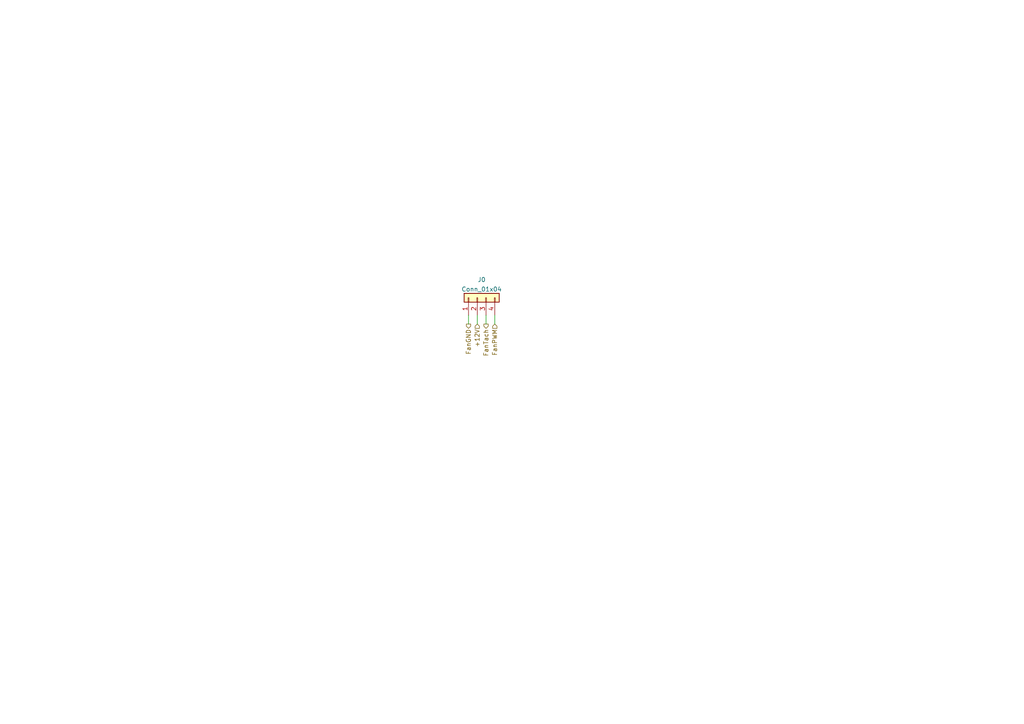
<source format=kicad_sch>
(kicad_sch (version 20210621) (generator eeschema)

  (uuid f8c5d034-7b11-495c-a15f-50f31ff6854d)

  (paper "A4")

  (lib_symbols
    (symbol "Connector_Generic:Conn_01x04" (pin_names (offset 1.016) hide) (in_bom yes) (on_board yes)
      (property "Reference" "J" (id 0) (at 0 5.08 0)
        (effects (font (size 1.27 1.27)))
      )
      (property "Value" "Conn_01x04" (id 1) (at 0 -7.62 0)
        (effects (font (size 1.27 1.27)))
      )
      (property "Footprint" "" (id 2) (at 0 0 0)
        (effects (font (size 1.27 1.27)) hide)
      )
      (property "Datasheet" "~" (id 3) (at 0 0 0)
        (effects (font (size 1.27 1.27)) hide)
      )
      (property "ki_keywords" "connector" (id 4) (at 0 0 0)
        (effects (font (size 1.27 1.27)) hide)
      )
      (property "ki_description" "Generic connector, single row, 01x04, script generated (kicad-library-utils/schlib/autogen/connector/)" (id 5) (at 0 0 0)
        (effects (font (size 1.27 1.27)) hide)
      )
      (property "ki_fp_filters" "Connector*:*_1x??_*" (id 6) (at 0 0 0)
        (effects (font (size 1.27 1.27)) hide)
      )
      (symbol "Conn_01x04_1_1"
        (rectangle (start -1.27 -4.953) (end 0 -5.207)
          (stroke (width 0.1524) (type default) (color 0 0 0 0))
          (fill (type none))
        )
        (rectangle (start -1.27 -2.413) (end 0 -2.667)
          (stroke (width 0.1524) (type default) (color 0 0 0 0))
          (fill (type none))
        )
        (rectangle (start -1.27 0.127) (end 0 -0.127)
          (stroke (width 0.1524) (type default) (color 0 0 0 0))
          (fill (type none))
        )
        (rectangle (start -1.27 2.667) (end 0 2.413)
          (stroke (width 0.1524) (type default) (color 0 0 0 0))
          (fill (type none))
        )
        (rectangle (start -1.27 3.81) (end 1.27 -6.35)
          (stroke (width 0.254) (type default) (color 0 0 0 0))
          (fill (type background))
        )
        (pin passive line (at -5.08 2.54 0) (length 3.81)
          (name "Pin_1" (effects (font (size 1.27 1.27))))
          (number "1" (effects (font (size 1.27 1.27))))
        )
        (pin passive line (at -5.08 0 0) (length 3.81)
          (name "Pin_2" (effects (font (size 1.27 1.27))))
          (number "2" (effects (font (size 1.27 1.27))))
        )
        (pin passive line (at -5.08 -2.54 0) (length 3.81)
          (name "Pin_3" (effects (font (size 1.27 1.27))))
          (number "3" (effects (font (size 1.27 1.27))))
        )
        (pin passive line (at -5.08 -5.08 0) (length 3.81)
          (name "Pin_4" (effects (font (size 1.27 1.27))))
          (number "4" (effects (font (size 1.27 1.27))))
        )
      )
    )
  )


  (wire (pts (xy 135.89 91.44) (xy 135.89 93.98))
    (stroke (width 0) (type default) (color 0 0 0 0))
    (uuid 5e4cb5be-e74c-4447-a4b8-21ac442ce3cc)
  )
  (wire (pts (xy 138.43 91.44) (xy 138.43 93.98))
    (stroke (width 0) (type default) (color 0 0 0 0))
    (uuid 7bf6b1d9-0eb0-4ffd-8e20-2fda68109d8d)
  )
  (wire (pts (xy 140.97 91.44) (xy 140.97 93.98))
    (stroke (width 0) (type default) (color 0 0 0 0))
    (uuid 8b275c76-5491-40be-aabb-153a698de33d)
  )
  (wire (pts (xy 143.51 91.44) (xy 143.51 93.98))
    (stroke (width 0) (type default) (color 0 0 0 0))
    (uuid c61a2ee7-ebae-4f71-802a-bda1bae6bc33)
  )

  (hierarchical_label "FanPWM" (shape input) (at 143.51 93.98 270)
    (effects (font (size 1.27 1.27)) (justify right))
    (uuid 28964883-d19a-4e2e-9223-27daf121bda2)
  )
  (hierarchical_label "FanGND" (shape output) (at 135.89 93.98 270)
    (effects (font (size 1.27 1.27)) (justify right))
    (uuid 7d9f4c98-48ef-44ed-aba6-dcb7618fd38b)
  )
  (hierarchical_label "FanTach" (shape output) (at 140.97 93.98 270)
    (effects (font (size 1.27 1.27)) (justify right))
    (uuid b11dfd00-dd2c-48f9-b5c9-cf14cb39ebb8)
  )
  (hierarchical_label "+12V" (shape input) (at 138.43 93.98 270)
    (effects (font (size 1.27 1.27)) (justify right))
    (uuid fd1cf615-aa49-4455-94ec-a3d52f85c330)
  )

  (symbol (lib_id "Connector_Generic:Conn_01x04") (at 138.43 86.36 90) (unit 1)
    (in_bom yes) (on_board yes) (fields_autoplaced)
    (uuid 8f0c36c5-fb55-4e70-b6e4-056a377c86be)
    (property "Reference" "J0" (id 0) (at 139.7 81.1235 90))
    (property "Value" "Conn_01x04" (id 1) (at 139.7 83.8986 90))
    (property "Footprint" "Connector:FanPinHeader_1x04_P2.54mm_Vertical" (id 2) (at 138.43 86.36 0)
      (effects (font (size 1.27 1.27)) hide)
    )
    (property "Datasheet" "~" (id 3) (at 138.43 86.36 0)
      (effects (font (size 1.27 1.27)) hide)
    )
    (pin "1" (uuid b5abe3e6-bd2f-4ce7-91dd-240ad3cf2cbb))
    (pin "2" (uuid f42d553c-6afa-4127-bc61-b1b354a22393))
    (pin "3" (uuid adc370d1-8ec7-49fb-8263-dfd2ea51507f))
    (pin "4" (uuid 29a5dd2b-d52d-4aa7-853b-2eb5481ac9cd))
  )
)

</source>
